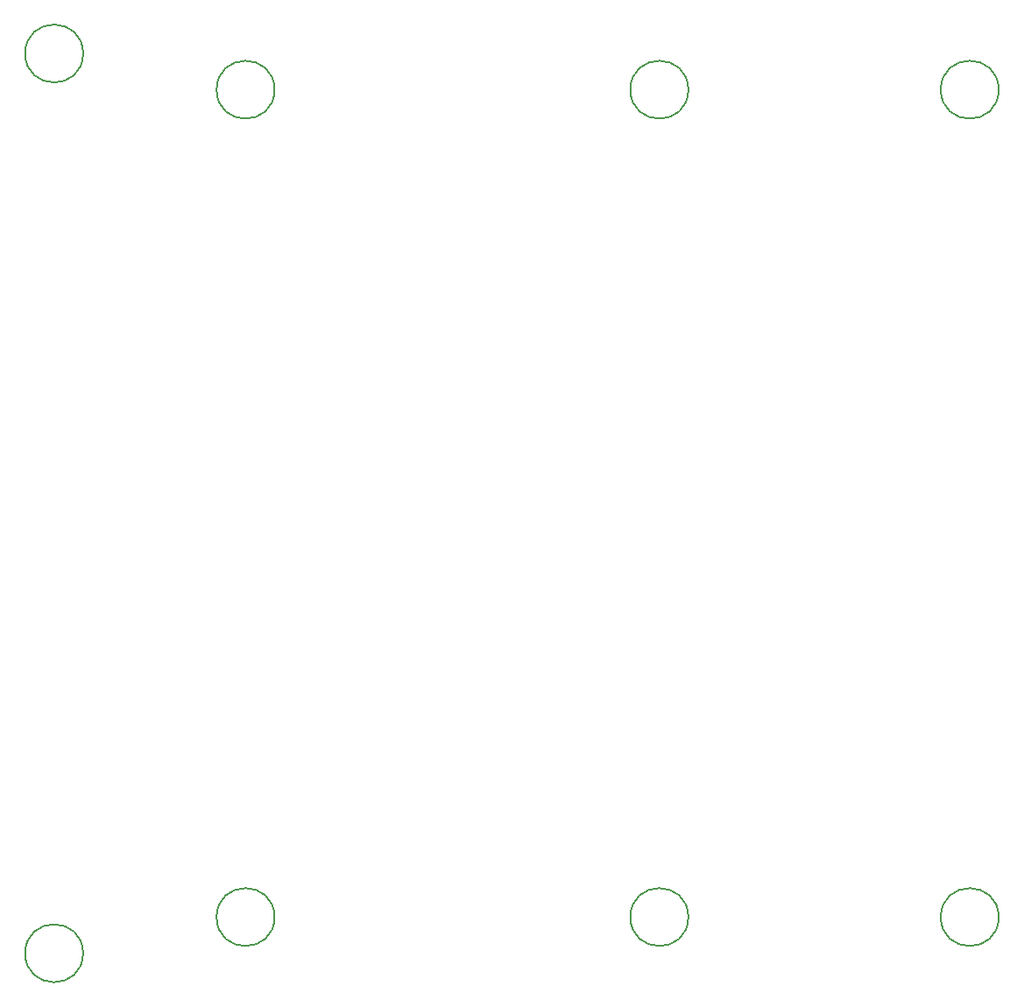
<source format=gbr>
%TF.GenerationSoftware,KiCad,Pcbnew,7.0.8*%
%TF.CreationDate,2023-10-27T12:06:26-04:00*%
%TF.ProjectId,top_plate,746f705f-706c-4617-9465-2e6b69636164,rev?*%
%TF.SameCoordinates,PX2faf080PY5f5e100*%
%TF.FileFunction,Other,Comment*%
%FSLAX46Y46*%
G04 Gerber Fmt 4.6, Leading zero omitted, Abs format (unit mm)*
G04 Created by KiCad (PCBNEW 7.0.8) date 2023-10-27 12:06:26*
%MOMM*%
%LPD*%
G01*
G04 APERTURE LIST*
%ADD10C,0.150000*%
G04 APERTURE END LIST*
D10*
%TO.C,REF\u002A\u002A*%
X7300000Y-43500000D02*
G75*
G03*
X7300000Y-43500000I-2800000J0D01*
G01*
X65800000Y-40000000D02*
G75*
G03*
X65800000Y-40000000I-2800000J0D01*
G01*
X7300000Y43500000D02*
G75*
G03*
X7300000Y43500000I-2800000J0D01*
G01*
X95800000Y40000000D02*
G75*
G03*
X95800000Y40000000I-2800000J0D01*
G01*
X65800000Y40000000D02*
G75*
G03*
X65800000Y40000000I-2800000J0D01*
G01*
X95800000Y-40000000D02*
G75*
G03*
X95800000Y-40000000I-2800000J0D01*
G01*
X25800000Y-40000000D02*
G75*
G03*
X25800000Y-40000000I-2800000J0D01*
G01*
X25800000Y40000000D02*
G75*
G03*
X25800000Y40000000I-2800000J0D01*
G01*
%TD*%
M02*

</source>
